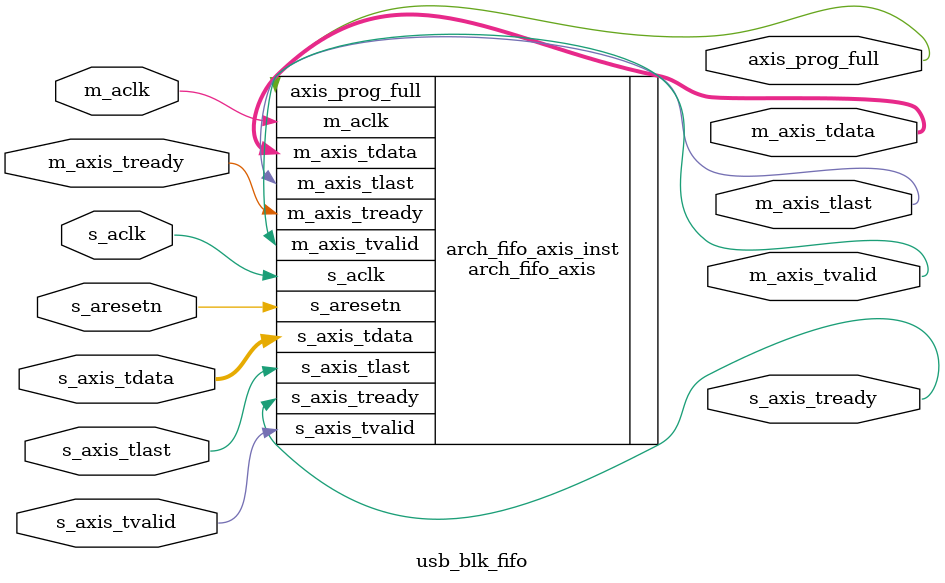
<source format=v>
`timescale 1ns / 1ps

module usb_blk_fifo #(
	parameter FPGA_VENDOR = "xilinx",
	parameter FPGA_FAMILY = "7series",
	parameter CLOCK_MODE = "ASYNC",
	parameter FIFO_PACKET = 0,
	parameter FIFO_DEPTH = 1024,
	parameter DATA_WIDTH = 8,
	parameter PROG_FULL_THRESHOLD = 64
)
(
	input wire s_aclk,
	input wire s_aresetn,
	input wire s_axis_tvalid,
	output wire s_axis_tready,
	input wire [7:0]s_axis_tdata,
	input wire s_axis_tlast,
	input wire m_aclk,
	output wire m_axis_tvalid,
	input wire m_axis_tready,
	output wire [7:0]m_axis_tdata,
	output wire m_axis_tlast,
	output wire axis_prog_full
);

arch_fifo_axis #(
	.FPGA_VENDOR(FPGA_VENDOR),
	.FPGA_FAMILY(FPGA_FAMILY),
	.CLOCK_MODE(CLOCK_MODE),
	.FIFO_PACKET(FIFO_PACKET),
	.FIFO_DEPTH(FIFO_DEPTH),
	.DATA_WIDTH(DATA_WIDTH),
	.PROG_FULL_THRESHOLD(PROG_FULL_THRESHOLD)
) arch_fifo_axis_inst (
	.s_aclk(s_aclk),
	.s_aresetn(s_aresetn),
	.s_axis_tvalid(s_axis_tvalid),
	.s_axis_tready(s_axis_tready),
	.s_axis_tdata(s_axis_tdata),
	.s_axis_tlast(s_axis_tlast),
	.m_aclk(m_aclk),
	.m_axis_tvalid(m_axis_tvalid),
	.m_axis_tready(m_axis_tready),
	.m_axis_tdata(m_axis_tdata),
	.m_axis_tlast(m_axis_tlast),
	.axis_prog_full(axis_prog_full)
);

endmodule

</source>
